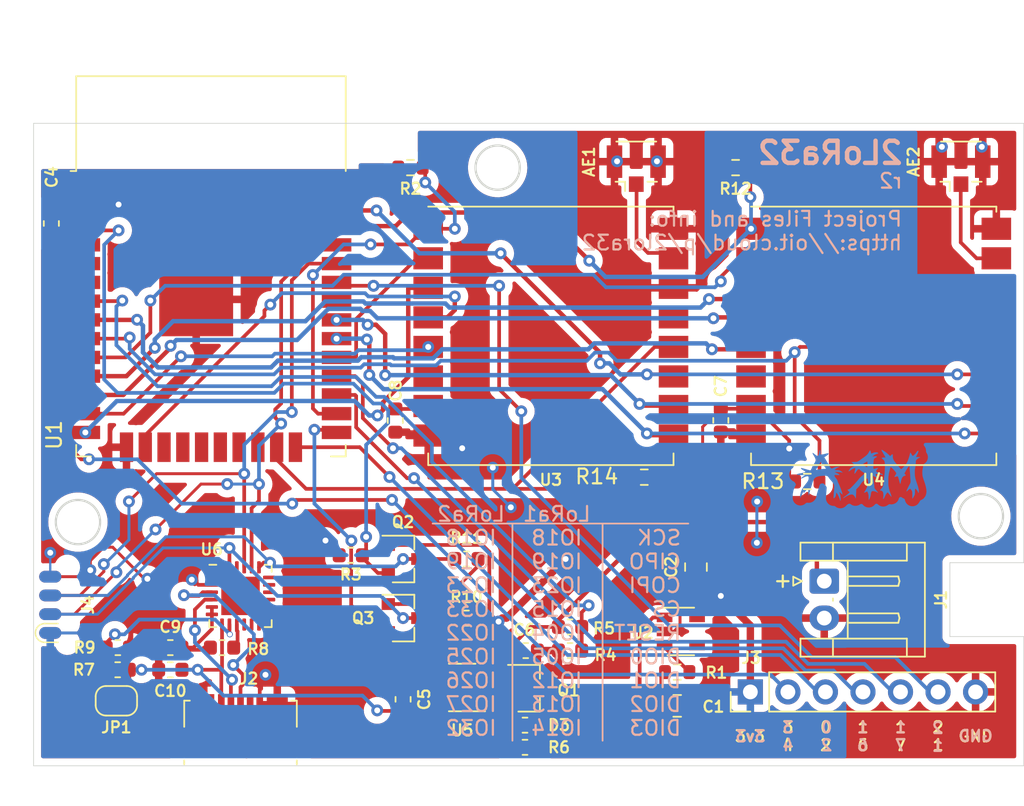
<source format=kicad_pcb>
(kicad_pcb (version 20211014) (generator pcbnew)

  (general
    (thickness 1.6)
  )

  (paper "A4")
  (layers
    (0 "F.Cu" signal)
    (31 "B.Cu" signal)
    (32 "B.Adhes" user "B.Adhesive")
    (33 "F.Adhes" user "F.Adhesive")
    (34 "B.Paste" user)
    (35 "F.Paste" user)
    (36 "B.SilkS" user "B.Silkscreen")
    (37 "F.SilkS" user "F.Silkscreen")
    (38 "B.Mask" user)
    (39 "F.Mask" user)
    (40 "Dwgs.User" user "User.Drawings")
    (41 "Cmts.User" user "User.Comments")
    (42 "Eco1.User" user "User.Eco1")
    (43 "Eco2.User" user "User.Eco2")
    (44 "Edge.Cuts" user)
    (45 "Margin" user)
    (46 "B.CrtYd" user "B.Courtyard")
    (47 "F.CrtYd" user "F.Courtyard")
    (48 "B.Fab" user)
    (49 "F.Fab" user)
  )

  (setup
    (stackup
      (layer "F.SilkS" (type "Top Silk Screen"))
      (layer "F.Paste" (type "Top Solder Paste"))
      (layer "F.Mask" (type "Top Solder Mask") (thickness 0.01))
      (layer "F.Cu" (type "copper") (thickness 0.035))
      (layer "dielectric 1" (type "core") (thickness 1.51) (material "FR4") (epsilon_r 4.5) (loss_tangent 0.02))
      (layer "B.Cu" (type "copper") (thickness 0.035))
      (layer "B.Mask" (type "Bottom Solder Mask") (thickness 0.01))
      (layer "B.Paste" (type "Bottom Solder Paste"))
      (layer "B.SilkS" (type "Bottom Silk Screen"))
      (copper_finish "None")
      (dielectric_constraints no)
    )
    (pad_to_mask_clearance 0.051)
    (solder_mask_min_width 0.25)
    (pcbplotparams
      (layerselection 0x00010fc_ffffffff)
      (disableapertmacros false)
      (usegerberextensions true)
      (usegerberattributes false)
      (usegerberadvancedattributes false)
      (creategerberjobfile false)
      (svguseinch false)
      (svgprecision 6)
      (excludeedgelayer true)
      (plotframeref false)
      (viasonmask false)
      (mode 1)
      (useauxorigin false)
      (hpglpennumber 1)
      (hpglpenspeed 20)
      (hpglpendiameter 15.000000)
      (dxfpolygonmode true)
      (dxfimperialunits true)
      (dxfusepcbnewfont true)
      (psnegative false)
      (psa4output false)
      (plotreference true)
      (plotvalue true)
      (plotinvisibletext false)
      (sketchpadsonfab false)
      (subtractmaskfromsilk false)
      (outputformat 1)
      (mirror false)
      (drillshape 0)
      (scaleselection 1)
      (outputdirectory "gerber/")
    )
  )

  (net 0 "")
  (net 1 "GND")
  (net 2 "Net-(AE1-Pad1)")
  (net 3 "Net-(AE2-Pad1)")
  (net 4 "VBUS")
  (net 5 "+3V3")
  (net 6 "VIN")
  (net 7 "VBAT")
  (net 8 "Net-(C9-Pad1)")
  (net 9 "Net-(J2-Pad3)")
  (net 10 "Net-(J2-Pad2)")
  (net 11 "Net-(JP1-Pad2)")
  (net 12 "RTS")
  (net 13 "EN")
  (net 14 "Net-(Q2-Pad1)")
  (net 15 "IO0")
  (net 16 "DTR")
  (net 17 "Net-(Q3-Pad1)")
  (net 18 "Net-(R4-Pad2)")
  (net 19 "Net-(R8-Pad1)")
  (net 20 "LORSCK")
  (net 21 "TX")
  (net 22 "RX")
  (net 23 "Net-(U1-Pad29)")
  (net 24 "Net-(R13-Pad1)")
  (net 25 "Net-(U1-Pad16)")
  (net 26 "Net-(U1-Pad13)")
  (net 27 "Net-(U1-Pad12)")
  (net 28 "Net-(U1-Pad10)")
  (net 29 "Net-(R14-Pad1)")
  (net 30 "Net-(U1-Pad8)")
  (net 31 "unconnected-(J2-Pad4)")
  (net 32 "Net-(R1-Pad1)")
  (net 33 "unconnected-(U1-Pad32)")
  (net 34 "unconnected-(U1-Pad22)")
  (net 35 "unconnected-(U1-Pad21)")
  (net 36 "unconnected-(U1-Pad20)")
  (net 37 "unconnected-(U1-Pad19)")
  (net 38 "unconnected-(U1-Pad18)")
  (net 39 "unconnected-(U1-Pad17)")
  (net 40 "Net-(U1-Pad14)")
  (net 41 "Net-(U1-Pad11)")
  (net 42 "SPARE04")
  (net 43 "unconnected-(U1-Pad5)")
  (net 44 "unconnected-(U1-Pad4)")
  (net 45 "unconnected-(U2-Pad4)")
  (net 46 "unconnected-(U3-Pad13)")
  (net 47 "unconnected-(U3-Pad6)")
  (net 48 "unconnected-(U4-Pad13)")
  (net 49 "unconnected-(U4-Pad6)")
  (net 50 "unconnected-(U6-Pad24)")
  (net 51 "unconnected-(U6-Pad22)")
  (net 52 "unconnected-(U6-Pad18)")
  (net 53 "unconnected-(U6-Pad17)")
  (net 54 "unconnected-(U6-Pad16)")
  (net 55 "unconnected-(U6-Pad15)")
  (net 56 "unconnected-(U6-Pad14)")
  (net 57 "unconnected-(U6-Pad13)")
  (net 58 "unconnected-(U6-Pad12)")
  (net 59 "unconnected-(U6-Pad11)")
  (net 60 "unconnected-(U6-Pad10)")
  (net 61 "unconnected-(U6-Pad1)")
  (net 62 "LORCOPI")
  (net 63 "LORCIPO")
  (net 64 "SPARE03")
  (net 65 "SPARE02")
  (net 66 "SPARE01")
  (net 67 "SPARE00")
  (net 68 "Net-(R2-Pad1)")
  (net 69 "Net-(R12-Pad1)")

  (footprint "RF_Module:ESP32-WROOM-32" (layer "F.Cu") (at 178 96.675001))

  (footprint "Connector_Coaxial:U.FL_Hirose_U.FL-R-SMT-1_Vertical" (layer "F.Cu") (at 228.75 87.07 90))

  (footprint "Capacitor_SMD:C_0603_1608Metric" (layer "F.Cu") (at 167.2 90.781475 90))

  (footprint "Capacitor_SMD:C_0603_1608Metric" (layer "F.Cu") (at 191 123 -90))

  (footprint "Capacitor_SMD:C_0603_1608Metric" (layer "F.Cu") (at 199.3 119.7 180))

  (footprint "Capacitor_SMD:C_0603_1608Metric" (layer "F.Cu") (at 190.475 104.125 -90))

  (footprint "Capacitor_SMD:C_0603_1608Metric" (layer "F.Cu") (at 175.25 119.5 180))

  (footprint "Capacitor_SMD:C_0603_1608Metric" (layer "F.Cu") (at 199.25 124.75 180))

  (footprint "Connector_JST:JST_EH_S2B-EH_1x02_P2.50mm_Horizontal" (layer "F.Cu") (at 219.5 115 -90))

  (footprint "Package_TO_SOT_SMD:SOT-23" (layer "F.Cu") (at 191 113.5))

  (footprint "Package_TO_SOT_SMD:SOT-23" (layer "F.Cu") (at 191 117.5))

  (footprint "Resistor_SMD:R_0603_1608Metric" (layer "F.Cu") (at 187.4625 113.25))

  (footprint "Resistor_SMD:R_0603_1608Metric" (layer "F.Cu") (at 202.3 119.7))

  (footprint "Resistor_SMD:R_0603_1608Metric" (layer "F.Cu") (at 202.3 118.1 180))

  (footprint "Resistor_SMD:R_0603_1608Metric" (layer "F.Cu") (at 199.25 126.25))

  (footprint "Resistor_SMD:R_0603_1608Metric" (layer "F.Cu") (at 171.6875 121))

  (footprint "Resistor_SMD:R_0603_1608Metric" (layer "F.Cu") (at 178.75 119.5 180))

  (footprint "Resistor_SMD:R_0603_1608Metric" (layer "F.Cu") (at 171.7 119.5 180))

  (footprint "Resistor_SMD:R_0603_1608Metric" (layer "F.Cu") (at 195.2875 117.5))

  (footprint "Resistor_SMD:R_0603_1608Metric" (layer "F.Cu") (at 195.2875 113.5))

  (footprint "loranet2:DRF1276G" (layer "F.Cu") (at 201 98.140001))

  (footprint "loranet2:DRF1276G" (layer "F.Cu") (at 222.844999 98.140001))

  (footprint "Package_DFN_QFN:QFN-24-1EP_4x4mm_P0.5mm_EP2.6x2.6mm" (layer "F.Cu") (at 180 116))

  (footprint "Connector_USB:USB_Micro-B_Molex_47346-0001" (layer "F.Cu") (at 180 124.8))

  (footprint "Capacitor_SMD:C_0603_1608Metric" (layer "F.Cu") (at 212.5 104.1125 90))

  (footprint "Package_TO_SOT_SMD:SOT-23" (layer "F.Cu") (at 199.5 122.25))

  (footprint "Package_TO_SOT_SMD:SOT-23-5" (layer "F.Cu") (at 195 122.2 180))

  (footprint "Connector_Coaxial:U.FL_Hirose_U.FL-R-SMT-1_Vertical" (layer "F.Cu") (at 206.78 87.07 90))

  (footprint "Capacitor_SMD:C_0805_2012Metric" (layer "F.Cu") (at 209.55 123.444))

  (footprint "Capacitor_SMD:C_0805_2012Metric" (layer "F.Cu") (at 210.82 114.046 90))

  (footprint "Resistor_SMD:R_0603_1608Metric" (layer "F.Cu") (at 209.55 121.158 180))

  (footprint "Package_TO_SOT_SMD:SOT-23-5" (layer "F.Cu") (at 209.795001 118.405001))

  (footprint "Capacitor_SMD:C_0603_1608Metric" (layer "F.Cu") (at 175.25 121 180))

  (footprint "Jumper:SolderJumper-2_P1.3mm_Bridged_RoundedPad1.0x1.5mm" (layer "F.Cu") (at 171.6 123.1 180))

  (footprint "Resistor_SMD:R_0603_1608Metric" (layer "F.Cu") (at 213.5 87 180))

  (footprint "Resistor_SMD:R_0603_1608Metric" (layer "F.Cu") (at 191.5 87 180))

  (footprint "Connector_PinHeader_2.54mm:PinHeader_1x07_P2.54mm_Vertical" (layer "F.Cu") (at 214.5 122.5 90))

  (footprint "Resistor_SMD:R_0603_1608Metric" (layer "F.Cu") (at 218.351714 108.25 180))

  (footprint "Resistor_SMD:R_0603_1608Metric" (layer "F.Cu") (at 207.32 107.96))

  (footprint "loranet2:SOIC_clipProgSmall" (layer "F.Cu") (at 166.376 116.602 -90))

  (footprint "loranet2:MRA-2022_10x6mm" (layer "B.Cu")
    (tedit 623B5DFD) (tstamp 00000000-0000-0000-0000-000060d4245f)
    (at 221.815645 109.15801 180)
    (property "Sheetfile" "loranet2.kicad_sch")
    (property "Sheetname" "")
    (path "/00000000-0000-0000-0000-000060d48c38")
    (attr through_hole)
    (fp_text reference "H1" (at 0 0) (layer "B.SilkS") hide
      (effects (font (size 1.27 1.27) (thickness 0.15)) (justify mirror))
      (tstamp 72bd3a47-5258-460c-bd5b-ac220179bcdf)
    )
    (fp_text value "MountingHole" (at 0 0) (layer "B.SilkS") hide
      (effects (font (size 1.27 1.27) (thickness 0.15)) (justify mirror))
      (tstamp 31948383-d588-419b-b73e-6f2eb277375e)
    )
    (fp_poly (pts
        (xy -1.558313 3.04029)
        (xy -1.564778 3.012362)
        (xy -1.593564 2.958042)
        (xy -1.628618 2.897503)
        (xy -1.676306 2.815254)
        (xy -1.727994 2.726186)
        (xy -1.743926 2.69875)
        (xy -1.842272 2.529417)
        (xy -1.704303 2.523158)
        (xy -1.63412 2.517775)
        (xy -1.58444 2.509763)
        (xy -1.566333 2.501182)
        (xy -1.581318 2.480125)
        (xy -1.620043 2.442047)
        (xy -1.659259 2.407789)
        (xy -1.720942 2.348345)
        (xy -1.757562 2.287767)
        (xy -1.778809 2.219127)
        (xy -1.790032 2.139902)
        (xy -1.795319 2.026606)
        (xy -1.794991 1.887038)
        (xy -1.789365 1.728996)
        (xy -1.77876 1.560279)
        (xy -1.763493 1.388684)
        (xy -1.743884 1.22201)
        (xy -1.735742 1.164167)
        (xy -1.719827 1.049489)
        (xy -1.706621 0.941121)
        (xy -1.697386 0.850389)
        (xy -1.693384 0.788622)
        (xy -1.693313 0.783167)
        (xy -1.679638 0.647461)
        (xy -1.635987 0.533109)
        (xy -1.557401 0.427311)
        (xy -1.553983 0.423635)
        (xy -1.497644 0.361601)
        (xy -1.469219 0.323597)
        (xy -1.466483 0.303927)
        (xy -1.487208 0.296894)
        (xy -1.504225 0.296334)
        (xy -1.581972 0.27694)
        (xy -1.641488 0.220331)
        (xy -1.663375 0.178893)
        (xy -1.682831 0.102771)
        (xy -1.69196 0.003496)
        (xy -1.690281 -0.100914)
        (xy -1.677316 -0.192441)
        (xy -1.673644 -0.206514)
        (xy -1.665232 -0.257309)
        (xy -1.676334 -0.274625)
        (xy -1.704224 -0.255423)
        (xy -1.710785 -0.247892)
        (xy -1.730087 -0.216083)
        (xy -1.760114 -0.157333)
        (xy -1.794811 -0.083567)
        (xy -1.799452 -0.073267)
        (xy -1.848749 0.025689)
        (xy -1.897289 0.103347)
        (xy -1.940536 0.153314)
        (xy -1.971698 0.169334)
        (xy -1.991985 0.153722)
        (xy -2.030372 0.112499)
        (xy -2.07978 0.054088)
        (xy -2.133129 -0.013092)
        (xy -2.183341 -0.080618)
        (xy -2.191414 -0.092038)
        (xy -2.219916 -0.125966)
        (xy -2.231189 -0.122224)
        (xy -2.225405 -0.081734)
        (xy -2.202736 -0.005417)
        (xy -2.163352 0.105803)
        (xy -2.146302 0.151096)
        (xy -2.092618 0.305003)
        (xy -2.053991 0.449979)
        (xy -2.028962 0.596714)
        (xy -2.016071 0.755899)
        (xy -2.013858 0.938224)
        (xy -2.018067 1.090084)
        (xy -2.027363 1.246172)
        (xy -2.043486 1.380888)
        (xy -2.069454 1.515022)
        (xy -2.094718 1.618215)
        (xy -2.120635 1.715801)
        (xy -2.143401 1.797561)
        (xy -2.160648 1.855263)
        (xy -2.17001 1.880674)
        (xy -2.170278 1.881)
        (xy -2.194075 1.877282)
        (xy -2.237493 1.846884)
        (xy -2.294202 1.796576)
        (xy -2.357875 1.733125)
        (xy -2.422183 1.663301)
        (xy -2.480799 1.593873)
        (xy -2.527395 1.531609)
        (xy -2.555641 1.483278)
        (xy -2.561167 1.462893)
        (xy -2.549776 1.42417)
        (xy -2.520662 1.367321)
        (xy -2.498052 1.331394)
        (xy -2.462524 1.276498)
        (xy -2.439455 1.236133)
        (xy -2.434552 1.223516)
        (xy -2.452511 1.220774)
        (xy -2.499163 1.229318)
        (xy -2.542632 1.240993)
        (xy -2.606181 1.256004)
        (xy -2.652881 1.259959)
        (xy -2.667672 1.255727)
        (xy -2.679395 1.229386)
        (xy -2.698868 1.170848)
        (xy -2.723327 1.08892)
        (xy -2.748596 0.997708)
        (xy -2.774584 0.90273)
        (xy -2.797304 0.823689)
        (xy -2.814254 0.769031)
        (xy -2.82279 0.747321)
        (xy -2.831657 0.760755)
        (xy -2.844799 0.805596)
        (xy -2.857041 0.860864)
        (xy -2.892058 1.011047)
        (xy -2.931665 1.124)
        (xy -2.97887 1.204798)
        (xy -3.036678 1.258515)
        (xy -3.108096 1.290224)
        (xy -3.112073 1.291321)
        (xy -3.172218 1.312414)
        (xy -3.192545 1.336524)
        (xy -3.175421 1.370209)
        (xy -3.149909 1.396114)
        (xy -3.103651 1.43921)
        (xy -3.195242 1.619847)
        (xy -3.245648 1.711891)
        (xy -3.300634 1.800699)
        (xy -3.350762 1.871352)
        (xy -3.365826 1.889497)
        (xy -3.444818 1.97851)
        (xy -3.457715 1.872964)
        (xy -3.464957 1.803329)
        (xy -3.47401 1.700469)
        (xy -3.484196 1.573416)
        (xy -3.494839 1.431205)
        (xy -3.505261 1.28287)
        (xy -3.514785 1.137445)
        (xy -3.522333 1.011101)
        (xy -3.526449 0.919505)
        (xy -3.524771 0.856223)
        (xy -3.514861 0.807369)
        (xy -3.494285 0.759057)
        (xy -3.470356 0.714767)
        (xy -3.417075 0.616539)
        (xy -3.365587 0.5164)
        (xy -3.319319 0.421658)
        (xy -3.2817 0.33962)
        (xy -3.256158 0.277593)
        (xy -3.246119 0.242885)
        (xy -3.246938 0.238507)
        (xy -3.267079 0.245759)
        (xy -3.308609 0.276244)
        (xy -3.362761 0.323483)
        (xy -3.365896 0.326406)
        (xy -3.422794 0.375238)
        (xy -3.470226 0.408081)
        (xy -3.49814 0.418001)
        (xy -3.498514 0.417891)
        (xy -3.524666 0.396752)
        (xy -3.563257 0.352039)
        (xy -3.58775 0.319082)
        (xy -3.615204 0.278151)
        (xy -3.633306 0.241843)
        (xy -3.64397 0.200053)
        (xy -3.649111 0.142679)
        (xy -3.650643 0.059619)
        (xy -3.650612 -0.012619)
        (xy -3.650696 -0.108022)
        (xy -3.651405 -0.185627)
        (xy -3.652618 -0.237042)
        (xy -3.654082 -0.254)
        (xy -3.665652 -0.237019)
        (xy -3.692636 -0.192002)
        (xy -3.72974 -0.127832)
        (xy -3.739246 -0.111125)
        (xy -3.777599 -0.041334)
        (xy -3.801336 0.012712)
        (xy -3.81384 0.065435)
        (xy -3.818491 0.131259)
        (xy -3.818672 0.224605)
        (xy -3.818647 0.227542)
        (xy -3.819537 0.326598)
        (xy -3.824656 0.388572)
        (xy -3.834654 0.418564)
        (xy -3.843597 0.423334)
        (xy -3.87619 0.406636)
        (xy -3.920183 0.364023)
        (xy -3.966654 0.306714)
        (xy -4.006678 0.24593)
        (xy -4.031332 0.192891)
        (xy -4.033576 0.184466)
        (xy -4.044932 0.143133)
        (xy -4.056289 0.138918)
        (xy -4.069236 0.158274)
        (xy -4.083845 0.220057)
        (xy -4.079168 0.315424)
        (xy -4.055891 0.440634)
        (xy -4.014696 0.591944)
        (xy -3.960246 0.75463)
        (xy -3.919647 0.872097)
        (xy -3.882579 0.988328)
        (xy -3.852618 1.091489)
        (xy -3.833338 1.169746)
        (xy -3.830722 1.183365)
        (xy -3.813282 1.322433)
        (xy -3.805796 1.47418)
        (xy -3.808106 1.624682)
        (xy -3.820056 1.760015)
        (xy -3.83832 1.855139)
        (xy -3.855999 1.943748)
        (xy -3.86863 2.051431)
        (xy -3.8735 2.154995)
        (xy -3.8735 2.155745)
        (xy -3.874304 2.241117)
        (xy -3.879285 2.296604)
        (xy -3.892301 2.334653)
        (xy -3.917206 2.367709)
        (xy -3.949077 2.399695)
        (xy -4.012713 2.453521)
        (xy -4.081429 2.500272)
        (xy -4.102535 2.511839)
        (xy -4.180417 2.550584)
        (xy -3.878521 2.56292)
        (xy -3.939233 2.675013)
        (xy -3.979083 2.754204)
        (xy -4.014264 2.834076)
        (xy -4.041037 2.904828)
        (xy -4.055666 2.956658)
        (xy -4.055238 2.979152)
        (xy -4.025218 2.983607)
        (xy -3.985399 2.961784)
        (xy -3.94931 2.92273)
        (xy -3.937146 2.900185)
        (xy -3.910751 2.856968)
        (xy -3.86607 2.80258)
        (xy -3.811425 2.745067)
        (xy -3.75514 2.692474)
        (xy -3.705535 2.652847)
        (xy -3.670936 2.634231)
        (xy -3.662596 2.634779)
        (xy -3.64168 2.65904)
        (xy -3.609153 2.708367)
        (xy -3.583254 2.752404)
        (xy -3.549124 2.809399)
        (xy -3.522214 2.84756)
        (xy -3.51108 2.857479)
        (xy -3.500083 2.838757)
        (xy -3.487927 2.791615)
        (xy -3.483621 2.767542)
        (xy -3.464942 2.682506)
        (xy -3.433917 2.574891)
        (xy -3.39487 2.45693)
        (xy -3.352122 2.340855)
        (xy -3.309997 2.238899)
        (xy -3.272815 2.163296)
        (xy -3.266184 2.152144)
        (xy -3.224868 2.092707)
        (xy -3.168854 2.021227)
        (xy -3.104656 1.944951)
        (xy -3.038789 1.871125)
        (xy -2.977765 1.806992)
        (xy -2.9281 1.7598)
        (xy -2.896309 1.736793)
        (xy -2.891739 1.735667)
        (xy -2.862294 1.751288)
        (xy -2.82575 1.789348)
        (xy -2.822315 1.793875)
        (xy -2.791733 1.832402)
        (xy -2.740403 1.894214)
        (xy -2.675497 1.970775)
        (xy -2.604515 2.053167)
        (xy -2.501453 2.175808)
        (xy -2.425615 2.277156)
        (xy -2.373197 2.364716)
        (xy -2.340393 2.445993)
        (xy -2.323401 2.528494)
        (xy -2.318421 2.617576)
        (xy -2.317311 2.699049)
        (xy -2.310384 2.741208)
        (xy -2.290895 2.747027)
        (xy -2.252095 2.719478)
        (xy -2.19755 2.670835)
        (xy -2.140849 2.619636)
        (xy -2.037589 2.722693)
        (xy -1.976359 2.778441)
        (xy -1.899475 2.840732)
        (xy -1.815208 2.903771)
        (xy -1.73183 2.961765)
        (xy -1.657614 3.008921)
        (xy -1.60083 3.039445)
        (xy -1.573125 3.048)
        (xy -1.558313 3.04029)
      ) (layer "B.Cu") (width 0.01) (fill solid) (tstamp 4f31de85-a5e9-490a-9f64-4ba66189b3e4))
    (fp_poly (pts
        (xy -0.766927 2.988489)
        (xy -0.737465 2.943923)
        (xy -0.709493 2.894542)
        (xy -0.670534 2.826151)
        (xy -0.629762 2.76762)
        (xy -0.580673 2.712555)
        (xy -0.516765 2.654561)
        (xy -0.431533 2.587244)
        (xy -0.318474 2.50421)
        (xy -0.296333 2.488296)
        (xy -0.178287 2.403613)
        (xy -0.088159 2.34004)
        (xy -0.019196 2.294395)
        (xy 0.035354 2.263496)
        (xy 0.082245 2.244161)
        (xy 0.128229 2.23321)
        (xy 0.180058 2.22746)
        (xy 0.244486 2.223729)
        (xy 0.267793 2.2225)
        (xy 0.463395 2.211917)
        (xy 0.337927 2.106084)
        (xy 0.27864 2.054775)
        (xy 0.234556 2.014147)
        (xy 0.213537 1.991512)
        (xy 0.212789 1.989667)
        (xy 0.230796 1.976636)
        (xy 0.278398 1.951287)
        (xy 0.34646 1.918395)
        (xy 0.369959 1.907561)
        (xy 0.455243 1.865778)
        (xy 0.514071 1.827168)
        (xy 0.559943 1.780915)
        (xy 0.603604 1.720363)
        (xy 0.641148 1.660068)
        (xy 0.664885 1.614506)
        (xy 0.669705 1.593983)
        (xy 0.648839 1.600457)
        (xy 0.602018 1.626805)
        (xy 0.537612 1.668126)
        (xy 0.504126 1.690991)
        (xy 0.403789 1.755225)
        (xy 0.320306 1.797638)
        (xy 0.257845 1.816816)
        (xy 0.220577 1.811347)
        (xy 0.211667 1.790116)
        (xy 0.216188 1.752467)
        (xy 0.228057 1.687549)
        (xy 0.244727 1.609253)
        (xy 0.24514 1.607434)
        (xy 0.260632 1.531011)
        (xy 0.269657 1.469477)
        (xy 0.270365 1.435604)
        (xy 0.270148 1.434862)
        (xy 0.25595 1.439577)
        (xy 0.225226 1.473826)
        (xy 0.183538 1.531028)
        (xy 0.163981 1.560493)
        (xy 0.11394 1.632975)
        (xy 0.067001 1.692578)
        (xy 0.031344 1.729151)
        (xy 0.02409 1.734103)
        (xy -0.022048 1.746063)
        (xy -0.06402 1.738795)
        (xy -0.084473 1.715711)
        (xy -0.084667 1.712712)
        (xy -0.100943 1.693475)
        (xy -0.144755 1.656597)
        (xy -0.208579 1.608164)
        (xy -0.255227 1.574772)
        (xy -0.425787 1.455257)
        (xy -0.376935 1.403038)
        (xy -0.332194 1.361059)
        (xy -0.269378 1.30894)
        (xy -0.225247 1.275173)
        (xy -0.15711 1.216291)
        (xy -0.084206 1.139908)
        (xy -0.032494 1.075954)
        (xy 0.012109 1.019382)
        (xy 0.079231 0.940229)
        (xy 0.161969 0.846356)
        (xy 0.253421 0.745621)
        (xy 0.326291 0.667417)
        (xy 0.427529 0.56142)
        (xy 0.505537 0.483227)
        (xy 0.564957 0.428779)
        (xy 0.610433 0.394019)
        (xy 0.646608 0.374888)
        (xy 0.667996 0.368787)
        (xy 0.716293 0.356531)
        (xy 0.740259 0.344186)
        (xy 0.740833 0.342496)
        (xy 0.72727 0.321405)
        (xy 0.692588 0.281316)
        (xy 0.665381 0.252598)
        (xy 0.589928 0.175328)
        (xy 0.659344 0.105912)
        (xy 0.708954 0.060643)
        (xy 0.779844 0.001296)
        (xy 0.859027 -0.061356)
        (xy 0.882963 -0.079566)
        (xy 0.96073 -0.140553)
        (xy 1.011082 -0.184976)
        (xy 1.032921 -0.210743)
        (xy 1.025146 -0.215766)
        (xy 0.986657 -0.197952)
        (xy 0.926042 -0.16143)
        (xy 0.791386 -0.080612)
        (xy 0.677518 -0.024323)
        (xy 0.574524 0.012055)
        (xy 0.530558 0.022846)
        (xy 0.460289 0.034558)
        (xy 0.411996 0.031325)
        (xy 0.367551 0.011762)
        (xy 0.364849 0.01018)
        (xy 0.30763 -0.035965)
        (xy 0.256216 -0.09786)
        (xy 0.221066 -0.161061)
        (xy 0.211667 -0.201334)
        (xy 0.204651 -0.226445)
        (xy 0.19259 -0.221191)
        (xy 0.185063 -0.193651)
        (xy 0.177714 -0.132155)
        (xy 0.171273 -0.045079)
        (xy 0.166468 0.059204)
        (xy 0.165548 0.089169)
        (xy 0.157582 0.379422)
        (xy 0.041749 0.492029)
        (xy -0.030401 0.570266)
        (xy -0.102365 0.661302)
        (xy -0.151612 0.734403)
        (xy -0.213844 0.823298)
        (xy -0.294891 0.909125)
        (xy -0.404542 1.002243)
        (xy -0.4053 1.002839)
        (xy -0.478991 1.058037)
        (xy -0.541081 1.099312)
        (xy -0.584008 1.121954)
        (xy -0.599292 1.123675)
        (xy -0.620346 1.08239)
        (xy -0.63808 1.010174)
        (xy -0.650428 0.918411)
        (xy -0.655323 0.818485)
        (xy -0.655334 0.814917)
        (xy -0.651293 0.739231)
        (xy -0.636407 0.666401)
        (xy -0.606876 0.581928)
        (xy -0.574187 0.505249)
        (xy -0.530924 0.414082)
        (xy -0.485641 0.328403)
        (xy -0.44597 0.262356)
        (xy -0.43398 0.245381)
        (xy -0.401316 0.197353)
        (xy -0.385912 0.163971)
        (xy -0.386581 0.156698)
        (xy -0.410488 0.158551)
        (xy -0.457756 0.176462)
        (xy -0.483939 0.189024)
        (xy -0.539063 0.215397)
        (xy -0.578226 0.230964)
        (xy -0.586532 0.232754)
        (xy -0.603508 0.214905)
        (xy -0.628779 0.169284)
        (xy -0.645583 0.132213)
        (xy -0.670307 0.056546)
        (xy -0.683725 -0.032331)
        (xy -0.687912 -0.148423)
        (xy -0.687917 -0.153432)
        (xy -0.689035 -0.235999)
        (xy -0.692024 -0.299542)
        (xy -0.696337 -0.3345)
        (xy -0.6985 -0.338362)
        (xy -0.712179 -0.320618)
        (xy -0.737411 -0.274573)
        (xy -0.765656 -0.21668)
        (xy -0.806996 -0.101815)
        (xy -0.833462 0.024763)
        (xy -0.836334 0.049512)
        (xy -0.850571 0.150126)
        (xy -0.873859 0.214522)
        (xy -0.912361 0.248717)
        (xy -0.972237 0.258729)
        (xy -1.044425 0.252735)
        (xy -1.126264 0.235296)
        (xy -1.202895 0.208739)
        (xy -1.235251 0.192354)
        (xy -1.284436 0.164178)
        (xy -1.317917 0.14901)
        (xy -1.322303 0.148167)
        (xy -1.316349 0.162722)
        (xy -1.28741 0.201735)
        (xy -1.240851 0.258224)
        (xy -1.212465 0.291042)
        (xy -1.087069 0.433917)
        (xy -1.039732 0.814917)
        (xy -1.023905 0.940538)
        (xy -1.009159 1.054349)
        (xy -0.996533 1.148555)
        (xy -0.987071 1.215362)
        (xy -0.982203 1.245231)
        (xy -0.979941 1.280412)
        (xy -1.002007 1.28509)
        (xy -1.020465 1.280332)
        (xy -1.060748 1.262248)
        (xy -1.123808 1.227144)
        (xy -1.197472 1.181884)
        (xy -1.213809 1.1713)
        (xy -1.281994 1.129044)
        (xy -1.3363 1.099798)
        (xy -1.367654 1.088297)
        (xy -1.371333 1.089111)
        (xy -1.36346 1.108646)
        (xy -1.330968 1.148421)
        (xy -1.280622 1.200264)
        (xy -1.274065 1.206562)
        (xy -1.204546 1.280504)
        (xy -1.169589 1.337557)
        (xy -1.164167 1.364775)
        (xy -1.167755 1.397051)
        (xy -1.18591 1.412723)
        (xy -1.229722 1.41765)
        (xy -1.264708 1.417916)
        (xy -1.346004 1.411783)
        (xy -1.438814 1.39649)
        (xy -1.481667 1.386417)
        (xy -1.56906 1.364371)
        (xy -1.620909 1.35553)
        (xy -1.641895 1.359897)
        (xy -1.636695 1.377477)
        (xy -1.629711 1.386565)
        (xy -1.598096 1.407122)
        (xy -1.536994 1.434042)
        (xy -1.457752 1.462519)
        (xy -1.428966 1.471618)
        (xy -1.30902 1.514451)
        (xy -1.230033 1.557586)
        (xy -1.190633 1.601893)
        (xy -1.185333 1.626148)
        (xy -1.198593 1.654507)
        (xy -1.232745 1.701393)
        (xy -1.264708 1.738975)
        (xy -1.302786 1.782056)
        (xy -1.320316 1.807998)
        (xy -1.312978 1.818049)
        (xy -1.276452 1.813455)
        (xy -1.206417 1.795464)
        (xy -1.136568 1.775967)
        (xy -1.073832 1.760416)
        (xy -1.038543 1.759171)
        (xy -1.018212 1.772502)
        (xy -1.013691 1.778597)
        (xy -1.006227 1.812042)
        (xy -1.0026 1.877921)
        (xy -1.00238 1.966548)
        (xy -1.004645 2.049973)
        (xy -0.613433 2.049973)
        (xy -0.611161 1.977293)
        (xy -0.60607 1.920154)
        (xy -0.600519 1.894932)
        (xy -0.587719 1.875239)
        (xy -0.565818 1.871912)
        (xy -0.528416 1.887413)
        (xy -0.469115 1.924201)
        (xy -0.399139 1.972339)
        (xy -0.33405 2.020262)
        (xy -0.300267 2.052321)
        (xy -0.29277 2.074382)
        (xy -0.300762 2.087306)
        (xy -0.332948 2.11217)
        (xy -0.387018 2.147963)
        (xy -0.451667 2.187905)
        (xy -0.515587 2.225212)
        (xy -0.567473 2.253103)
        (xy -0.596018 2.264795)
        (xy -0.596713 2.264834)
        (xy -0.604526 2.245624)
        (xy -0.609997 2.195701)
        (xy -0.613005 2.12663)
        (xy -0.613433 2.049973)
        (xy -1.004645 2.049973)
        (xy -1.005142 2.068239)
        (xy -1.010458 2.17331)
        (xy -1.017899 2.272075)
        (xy -1.027038 2.35485)
        (xy -1.037449 2.411949)
        (xy -1.04229 2.426375)
        (xy -1.074536 2.465215)
        (xy -1.12969 2.505662)
        (xy -1.156839 2.52041)
        (xy -1.221333 2.556837)
        (xy -1.245569 2.583875)
        (xy -1.229319 2.60094)
        (xy -1.190625 2.606835)
        (xy -1.132033 2.609596)
        (xy -1.089461 2.608584)
        (xy -1.039721 2.602633)
        (xy -1.005417 2.597517)
        (xy -0.92075 2.584671)
        (xy -0.994833 2.648589)
        (xy -1.084569 2.715686)
        (xy -1.174788 2.765312)
        (xy -1.253719 2.79146)
        (xy -1.27974 2.794)
        (xy -1.319941 2.799721)
        (xy -1.3335 2.810934)
        (xy -1.314775 2.846019)
        (xy -1.26494 2.868524)
        (xy -1.193508 2.877785)
        (xy -1.109993 2.873136)
        (xy -1.023906 2.853912)
        (xy -0.976647 2.835869)
        (xy -0.907724 2.806487)
        (xy -0.86837 2.796596)
        (xy -0.850661 2.806031)
        (xy -0.846667 2.833175)
        (xy -0.840112 2.880789)
        (xy -0.824178 2.935686)
        (xy -0.804464 2.982344)
        (xy -0.786567 3.005241)
        (xy -0.78446 3.005667)
        (xy -0.766927 2.988489)
      ) (layer "B.Cu") (width 0.01) (fill solid) (tstamp 8da5ca03-ed4e-4318-a05e-8d1b9da96279))
    (fp_poly (pts
        (xy 2.617647 3.023614)
        (xy 2.631609 2.974592)
        (xy 2.635504 2.950012)
        (xy 2.658609 2.813046)
        (xy 2.686259 2.716405)
        (xy 2.72114 2.658121)
        (xy 2.765939 2.636228)
        (xy 2.823344 2.648757)
        (xy 2.89604 2.693741)
        (xy 2.938965 2.727791)
        (xy 3.022266 2.794403)
        (xy 3.07655 2.830305)
        (xy 3.102496 2.834958)
        (xy 3.100781 2.807823)
        (xy 3.072083 2.748363)
        (xy 3.021121 2.662532)
        (xy 2.950978 2.540619)
        (xy 2.90925 2.440602)
        (xy 2.895749 2.353171)
        (xy 2.910284 2.269014)
        (xy 2.952665 2.178822)
        (xy 3.009487 2.091811)
        (xy 3.065145 2.003871)
        (xy 3.117459 1.906062)
        (xy 3.152408 1.826278)
        (xy 3.181697 1.754696)
        (xy 3.210285 1.697935)
        (xy 3.230163 1.670302)
        (xy 3.25302 1.662369)
        (xy 3.294815 1.664938)
        (xy 3.361716 1.67912)
        (xy 3.459889 1.706022)
        (xy 3.508285 1.720291)
        (xy 3.64563 1.760748)
        (xy 3.747453 1.789175)
        (xy 3.818512 1.806574)
        (xy 3.863561 1.813952)
        (xy 3.887355 1.812312)
        (xy 3.894649 1.80266)
        (xy 3.894667 1.801926)
        (xy 3.877193 1.773628)
        (xy 3.830655 1.73304)
        (xy 3.763873 1.686757)
        (xy 3.68567 1.641374)
        (xy 3.667125 1.631821)
        (xy 3.614278 1.601629)
        (xy 3.581928 1.57611)
        (xy 3.577167 1.567629)
        (xy 3.596248 1.550205)
        (xy 3.646785 1.527644)
        (xy 3.718712 1.503078)
        (xy 3.801967 1.479639)
        (xy 3.886486 1.460456)
        (xy 3.958167 1.449095)
        (xy 4.050039 1.433957)
        (xy 4.120805 1.41265)
        (xy 4.162332 1.388103)
        (xy 4.169833 1.372854)
        (xy 4.149942 1.366289)
        (xy 4.095365 1.360018)
        (xy 4.01375 1.354643)
        (xy 3.912745 1.350766)
        (xy 3.879186 1.349973)
        (xy 3.588539 1.344084)
        (xy 3.696208 1.27505)
        (xy 3.771702 1.22261)
        (xy 3.830342 1.174132)
        (xy 3.865739 1.135553)
        (xy 3.871506 1.112809)
        (xy 3.87117 1.112448)
        (xy 3.849541 1.117227)
        (xy 3.799393 1.137729)
        (xy 3.729749 1.170117)
        (xy 3.694179 1.187685)
        (xy 3.591153 1.235267)
        (xy 3.513963 1.260472)
        (xy 3.454313 1.265964)
        (xy 3.451199 1.265733)
        (xy 3.407249 1.260128)
        (xy 3.384252 1.245361)
        (xy 3.374266 1.210107)
        (xy 3.369728 1.149533)
        (xy 3.370818 1.076893)
        (xy 3.385591 1.008653)
        (xy 3.417865 0.937009)
        (xy 3.471461 0.854156)
        (xy 3.550196 0.752291)
        (xy 3.584584 0.71048)
        (xy 3.728586 0.520118)
        (xy 3.833796 0.341363)
        (xy 3.901344 0.171747)
        (xy 3.932364 0.008802)
        (xy 3.934806 -0.052916)
        (xy 3.934374 -0.201083)
        (xy 3.893315 -0.116416)
        (xy 3.863492 -0.053673)
        (xy 3.824644 0.029704)
        (xy 3.785138 0.115751)
        (xy 3.784835 0.116417)
        (xy 3.717412 0.264584)
        (xy 3.704842 0.179917)
        (xy 3.696165 0.128825)
        (xy 3.688664 0.115505)
        (xy 3.678339 0.135717)
        (xy 3.674185 0.147417)
        (xy 3.65116 0.185638)
        (xy 3.605418 0.242418)
        (xy 3.565508 0.28575)
        (xy 3.683 0.28575)
        (xy 3.693583 0.275167)
        (xy 3.704167 0.28575)
        (xy 3.693583 0.296334)
        (xy 3.683 0.28575)
        (xy 3.565508 0.28575)
        (xy 3.545361 0.307623)
        (xy 3.521382 0.331672)
        (xy 3.386667 0.463761)
        (xy 3.386667 0.221297)
        (xy 3.384896 0.113278)
        (xy 3.379882 0.033824)
        (xy 3.372074 -0.011926)
        (xy 3.3655 -0.021166)
        (xy 3.349657 -0.003033)
        (xy 3.344333 0.032382)
        (xy 3.338156 0.071115)
        (xy 3.321171 0.141378)
        (xy 3.295695 0.234453)
        (xy 3.264048 0.341624)
        (xy 3.250043 0.386924)
        (xy 3.211853 0.509313)
        (xy 3.173666 0.632518)
        (xy 3.139434 0.743742)
        (xy 3.113106 0.830188)
        (xy 3.108786 0.844547)
        (xy 3.061153 0.978116)
        (xy 3.004176 1.082078)
        (xy 2.932073 1.160414)
        (xy 2.83906 1.217103)
        (xy 2.719353 1.256128)
        (xy 2.567168 1.281468)
        (xy 2.459175 1.29166)
        (xy 2.325013 1.30023)
        (xy 2.225255 1.301158)
        (xy 2.152344 1.292408)
        (xy 2.098724 1.271941)
        (xy 2.056838 1.237719)
        (xy 2.01913 1.187706)
        (xy 2.007906 1.169972)
        (xy 1.970447 1.117133)
        (xy 1.913995 1.04651)
        (xy 1.848877 0.970855)
        (xy 1.827853 0.94762)
        (xy 1.760794 0.867787)
        (xy 1.703182 0.786939)
        (xy 1.664581 0.718754)
        (xy 1.659745 0.707217)
        (xy 1.647029 0.671449)
        (xy 1.63836 0.636748)
        (xy 1.633728 0.596216)
        (xy 1.633124 0.542951)
        (xy 1.636538 0.470054)
        (xy 1.643962 0.370623)
        (xy 1.655384 0.237759)
        (xy 1.659044 0.196485)
        (xy 1.669774 0.068843)
        (xy 1.678077 -0.043958)
        (xy 1.683564 -0.135302)
        (xy 1.685845 -0.198574)
        (xy 1.684529 -0.227158)
        (xy 1.684086 -0.227969)
        (xy 1.661328 -0.224692)
        (xy 1.625216 -0.195944)
        (xy 1.585848 -0.1515)
        (xy 1.553583 -0.101642)
        (xy 1.531229 -0.038282)
        (xy 1.523711 0.014824)
        (xy 1.5186 0.079123)
        (xy 1.510303 0.123068)
        (xy 1.500947 0.148939)
        (xy 1.488036 0.149959)
        (xy 1.46461 0.122134)
        (xy 1.436483 0.080735)
        (xy 1.399728 0.018308)
        (xy 1.358698 -0.06232)
        (xy 1.318243 -0.150104)
        (xy 1.283215 -0.234001)
        (xy 1.258463 -0.302965)
        (xy 1.248838 -0.345954)
        (xy 1.248833 -0.346529)
        (xy 1.235525 -0.383834)
        (xy 1.226107 -0.392546)
        (xy 1.214819 -0.383698)
        (xy 1.209385 -0.338011)
        (xy 1.209609 -0.253253)
        (xy 1.210777 -0.219171)
        (xy 1.22218 -0.082286)
        (xy 1.245685 0.026286)
        (xy 1.264944 0.079375)
        (xy 1.289938 0.148106)
        (xy 1.292102 0.182463)
        (xy 1.270754 0.182584)
        (xy 1.225209 0.148606)
        (xy 1.171965 0.098036)
        (xy 1.124543 0.054793)
        (xy 1.09119 0.032359)
        (xy 1.0795 0.034898)
        (xy 1.087162 0.07741)
        (xy 1.108031 0.150217)
        (xy 1.138931 0.24458)
        (xy 1.176687 0.351762)
        (xy 1.218123 0.463022)
        (xy 1.260062 0.569623)
        (xy 1.29933 0.662823)
        (xy 1.33275 0.733886)
        (xy 1.335276 0.738734)
        (xy 1.373876 0.817631)
        (xy 1.402895 0.887673)
        (xy 1.417386 0.936568)
        (xy 1.418167 0.944713)
        (xy 1.431548 0.990971)
        (xy 1.464923 1.046805)
        (xy 1.477724 1.062889)
        (xy 1.561855 1.168881)
        (xy 1.612314 1.251342)
        (xy 1.629809 1.311439)
        (xy 1.629833 1.313334)
        (xy 1.627789 1.336674)
        (xy 1.615929 1.349934)
        (xy 1.585659 1.354931)
        (xy 1.528388 1.353479)
        (xy 1.4605 1.34911)
        (xy 1.382003 1.345762)
        (xy 1.32283 1.347109)
        (xy 1.292937 1.352791)
        (xy 1.291167 1.355227)
        (xy 1.308966 1.381805)
        (xy 1.354915 1.416792)
        (xy 1.417844 1.452919)
        (xy 1.48658 1.482914)
        (xy 1.488297 1.48353)
        (xy 1.546448 1.509311)
        (xy 1.588517 1.536807)
        (xy 1.593932 1.542335)
        (xy 1.59523 1.555057)
        (xy 1.570991 1.56197)
        (xy 1.517859 1.562996)
        (xy 1.432478 1.558056)
        (xy 1.311494 1.547072)
        (xy 1.17475 1.532548)
        (xy 1.068917 1.520829)
        (xy 1.179206 1.596498)
        (xy 1.237107 1.634298)
        (xy 1.284368 1.656836)
        (xy 1.335706 1.668036)
        (xy 1.405832 1.671822)
        (xy 1.462945 1.672167)
        (xy 1.547801 1.672533)
        (xy 1.596939 1.67504)
        (xy 1.616976 1.681804)
        (xy 1.614529 1.694941)
        (xy 1.597465 1.715184)
        (xy 1.531444 1.771896)
        (xy 1.530146 1.772709)
        (xy 2.201412 1.772709)
        (xy 2.22036 1.763109)
        (xy 2.268649 1.756518)
        (xy 2.301875 1.755022)
        (xy 2.368976 1.751278)
        (xy 2.46176 1.742837)
        (xy 2.564041 1.731249)
        (xy 2.6035 1.726146)
        (xy 2.715417 1.711262)
        (xy 2.79205 1.701815)
        (xy 2.840045 1.697409)
        (xy 2.866048 1.697645)
        (xy 2.876704 1.702127)
        (xy 2.878667 1.709678)
        (xy 2.866335 1.734631)
        (xy 2.83524 1.778452)
        (xy 2.818441 1.799636)
        (xy 2.777586 1.857862)
        (xy 2.730691 1.936794)
        (xy 2.692148 2.010834)
        (xy 2.65064 2.090607)
        (xy 2.607048 2.163979)
        (xy 2.573217 2.211917)
        (xy 2.520356 2.275417)
        (xy 2.519594 2.212728)
        (xy 2.510473 2.169024)
        (xy 2.480141 2.121142)
        (xy 2.42252 2.06011)
        (xy 2.404903 2.043395)
        (xy 2.336093 1.973295)
        (xy 2.275055 1.9009)
        (xy 2.228664 1.835353)
        (xy 2.203794 1.785799)
        (xy 2.201412 1.772709)
        (xy 1.530146 1.772709)
        (xy 1.440713 1.828711)
        (xy 1.341629 1.875463)
        (xy 1.335992 1.877644)
        (xy 1.300073 1.892101)
        (xy 1.290074 1.899927)
        (xy 1.310471 1.902074)
        (xy 1.365738 1.899489)
        (xy 1.421523 1.895788)
        (xy 1.542632 1.880919)
        (xy 1.638536 1.852705)
        (xy 1.683967 1.831351)
        (xy 1.745268 1.801226)
        (xy 1.79355 1.781881)
        (xy 1.81071 1.778)
        (xy 1.84631 1.795833)
        (xy 1.894505 1.84442)
        (xy 1.949482 1.916396)
        (xy 2.005425 2.004395)
        (xy 2.04127 2.070059)
        (xy 2.087962 2.157244)
        (xy 2.146574 2.260473)
        (xy 2.205992 2.360272)
        (xy 2.218114 2.379907)
        (xy 2.32268 2.547897)
        (xy 2.20129 2.626354)
        (xy 2.133205 2.674325)
        (xy 2.075945 2.721672)
        (xy 2.044741 2.754698)
        (xy 2.022408 2.790439)
        (xy 2.029276 2.805233)
        (xy 2.061754 2.811149)
        (xy 2.108232 2.80836)
        (xy 2.179009 2.79467)
        (xy 2.255109 2.774108)
        (xy 2.342083 2.751281)
        (xy 2.427206 2.735496)
        (xy 2.484021 2.730503)
        (xy 2.57175 2.730506)
        (xy 2.573296 2.868574)
        (xy 2.578051 2.95397)
        (xy 2.588564 3.010287)
        (xy 2.602531 3.034507)
        (xy 2.617647 3.023614)
      ) (layer "B.Cu") (width 0.01) (fill solid) (tstamp a810b8ca-59ed-411f-bcad-a352419dcd10))
    (fp_poly (pts
        (xy -3.239167 -2.248814)
        (xy -4.586454 -2.248814)
        (xy -4.636167 -2.301731)
        (xy -4.685879 -2.354647)
        (xy -3.239167 -2.354647)
        (xy -3.239167 -3.031981)
        (xy -6.318689 -3.031981)
        (xy -5.578083 -2.291147)
        (xy -4.837477 -1.550314)
        (xy -3.9165 -1.550314)
        (xy -3.9165 -1.444481)
        (xy -6.181333 -1.444481)
        (xy -6.181333 -0.767147)
        (xy -3.239167 -0.767147)
        (xy -3.239167 -2.248814)
      ) (layer "B.Mask") (width 0.01) (fill solid) (tstamp 7ac21db1-e4be-4157-bfc8-2dca055ba0c9))
    (fp_poly (pts
        (xy -1.558313 3.04029)
        (xy -1.564778 3.012362)
        (xy -1.593564 2.958042)
        (xy -1.628618 2.897503)
        (xy -1.676306 2.815254)
        (xy -1.727994 2.726186)
        (xy -1.743926 2.69875)
        (xy -1.842272 2.529417)
        (xy -1.704303 2.523158)
        (xy -1.63412 2.517775)
        (xy -1.58444 2.509763)
        (xy -1.566333 2.501182)
        (xy -1.581318 2.480125)
        (xy -1.620043 2.442047)
        (xy -1.659259 2.407789)
        (xy -1.720942 2.348345)
        (xy -1.757562 2.287767)
        (xy -1.778809 2.219127)
        (xy -1.790032 2.139902)
        (xy -1.795319 2.026606)
        (xy -1.794991 1.887038)
        (xy -1.789365 1.728996)
        (xy -1.77876 1.560279)
        (xy -1.763493 1.388684)
        (xy -1.743884 1.22201)
        (xy -1.735742 1.164167)
        (xy -1.719827 1.049489)
        (xy -1.706621 0.941121)
        (xy -1.697386 0.850389)
        (xy -1.693384 0.788622)
        (xy -1.693313 0.783167)
        (xy -1.679638 0.647461)
        (xy -1.635987 0.533109)
        (xy -1.557401 0.427311)
        (xy -1.553983 0.423635)
        (xy -1.497644 0.361601)
        (xy -1.469219 0.323597)
        (xy -1.466483 0.303927)
        (xy -1.487208 0.296894)
        (xy -1.504225 0.296334)
        (xy -1.581972 0.27694)
        (xy -1.641488 0.220331)
        (xy -1.663375 0.178893)
        (xy -1.682831 0.102771)
        (xy -1.69196 0.003496)
        (xy -1.690281 -0.100914)
        (xy -1.677316 -0.192441)
        (xy -1.673644 -0.206514)
        (xy -1.665232 -0.257309)
        (xy -1.676334 -0.274625)
        (xy -1.704224 -0.255423)
        (xy -1.710785 -0.247892)
        (xy -1.730087 -0.216083)
        (xy -1.760114 -0.157333)
        (xy -1.794811 -0.083567)
        (xy -1.799452 -0.073267)
        (xy -1.848749 0.025689)
        (xy -1.897289 0.103347)
        (xy -1.940536 0.153314)
        (xy -1.971698 0.169334)
        (xy -1.991985 0.153722)
        (xy -2.030372 0.112499)
        (xy -2.07978 0.054088)
        (xy -2.133129 -0.013092)
        (xy -2.183341 -0.080618)
        (xy -2.191414 -0.092038)
        (xy -2.219916 -0.125966)
        (xy -2.231189 -0.122224)
        (xy -2.225405 -0.081734)
        (xy -2.202736 -0.005417)
        (xy -2.163352 0.105803)
        (xy -2.146302 0.151096)
        (xy -2.092618 0.305003)
        (xy -2.053991 0.449979)
        (xy -2.028962 0.596714)
        (xy -2.016071 0.755899)
        (xy -2.013858 0.938224)
        (xy -2.018067 1.090084)
        (xy -2.027363 1.246172)
        (xy -2.043486 1.380888)
        (xy -2.069454 1.515022)
        (xy -2.094718 1.618215)
        (xy -2.120635 1.715801)
        (xy -2.143401 1.797561)
        (xy -2.160648 1.855263)
        (xy -2.17001 1.880674)
        (xy -2.170278 1.881)
        (xy -2.194075 1.877282)
        (xy -2.237493 1.846884)
        (xy -2.294202 1.796576)
        (xy -2.357875 1.733125)
        (xy -2.422183 1.663301)
        (xy -2.480799 1.593873)
        (xy -2.5273
... [621797 chars truncated]
</source>
